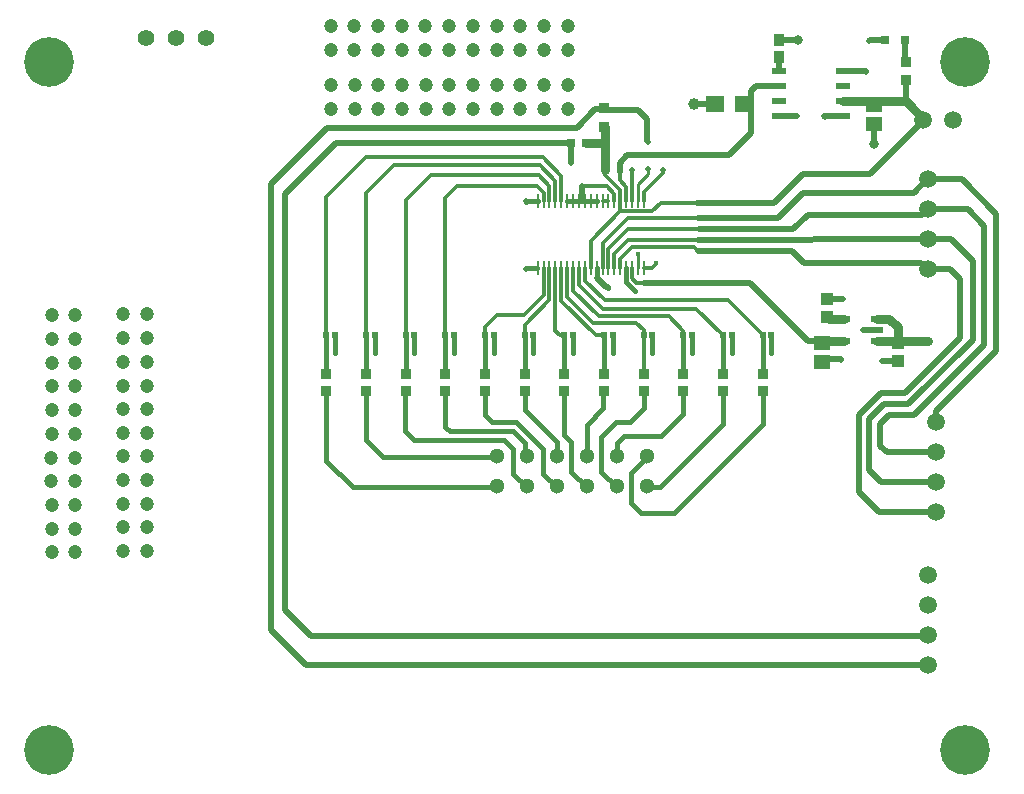
<source format=gtl>
G04*
G04 #@! TF.GenerationSoftware,Altium Limited,Altium Designer,18.1.11 (251)*
G04*
G04 Layer_Physical_Order=1*
G04 Layer_Color=255*
%FSLAX25Y25*%
%MOIN*%
G70*
G01*
G75*
%ADD10C,0.01000*%
%ADD17R,0.03740X0.04331*%
%ADD18R,0.05512X0.04921*%
%ADD19R,0.06496X0.05512*%
%ADD20R,0.05709X0.05118*%
%ADD21R,0.03543X0.03347*%
%ADD22R,0.03150X0.03150*%
%ADD23R,0.03150X0.03150*%
%ADD24R,0.04921X0.02362*%
%ADD25R,0.03937X0.04134*%
%ADD26R,0.03937X0.02362*%
%ADD27O,0.00984X0.04724*%
%ADD28R,0.03543X0.03740*%
%ADD29R,0.02284X0.02047*%
%ADD50C,0.02000*%
%ADD51C,0.01968*%
%ADD52C,0.01500*%
%ADD53C,0.01181*%
%ADD54C,0.02953*%
%ADD55C,0.05512*%
%ADD56C,0.05906*%
%ADD57C,0.16535*%
%ADD58C,0.05118*%
%ADD59C,0.04724*%
%ADD60C,0.02000*%
%ADD61C,0.03150*%
%ADD62C,0.03937*%
%ADD63C,0.01500*%
D10*
X412795Y372736D02*
Y374606D01*
X409569Y369510D02*
X412795Y372736D01*
X409569Y363841D02*
Y369510D01*
X409500Y341469D02*
X409569Y341400D01*
X409500Y341469D02*
Y346000D01*
D17*
X456693Y417421D02*
D03*
Y411909D02*
D03*
D18*
X488091Y395866D02*
D03*
Y389370D02*
D03*
D19*
X435335Y396161D02*
D03*
X444980D02*
D03*
D20*
X470964Y310039D02*
D03*
Y316339D02*
D03*
D21*
X398300Y394651D02*
D03*
Y388549D02*
D03*
X498819Y404035D02*
D03*
Y410138D02*
D03*
D22*
X392191Y383000D02*
D03*
X387270D02*
D03*
D23*
X498429Y417421D02*
D03*
X491929D02*
D03*
D24*
X456543Y407000D02*
D03*
Y402000D02*
D03*
Y397000D02*
D03*
Y392000D02*
D03*
X478000Y407000D02*
D03*
Y402000D02*
D03*
Y397000D02*
D03*
Y392000D02*
D03*
D25*
X496068Y310485D02*
D03*
Y316390D02*
D03*
X472469Y331091D02*
D03*
Y325185D02*
D03*
D26*
X478255Y317098D02*
D03*
Y324578D02*
D03*
X489082D02*
D03*
Y320838D02*
D03*
Y317098D02*
D03*
D27*
X411537Y363841D02*
D03*
X409569D02*
D03*
X407600D02*
D03*
X405631D02*
D03*
X403663D02*
D03*
X401694D02*
D03*
X399726D02*
D03*
X397758D02*
D03*
X395789D02*
D03*
X393821D02*
D03*
X391852D02*
D03*
X389883D02*
D03*
X387915D02*
D03*
X385946D02*
D03*
X383978D02*
D03*
X382010D02*
D03*
X380041D02*
D03*
X378072D02*
D03*
X376104D02*
D03*
X411537Y341400D02*
D03*
X409569D02*
D03*
X407600D02*
D03*
X405631D02*
D03*
X403663D02*
D03*
X401694D02*
D03*
X399726D02*
D03*
X397758D02*
D03*
X395789D02*
D03*
X393821D02*
D03*
X391852D02*
D03*
X389883D02*
D03*
X387915D02*
D03*
X385946D02*
D03*
X383978D02*
D03*
X382010D02*
D03*
X380041D02*
D03*
X378072D02*
D03*
X376104D02*
D03*
D28*
X451100Y306154D02*
D03*
Y300446D02*
D03*
X437882Y306154D02*
D03*
Y300446D02*
D03*
X424664Y306154D02*
D03*
Y300446D02*
D03*
X411445Y306154D02*
D03*
Y300446D02*
D03*
X398227Y306154D02*
D03*
Y300446D02*
D03*
X385009Y306154D02*
D03*
Y300446D02*
D03*
X371791Y306154D02*
D03*
Y300446D02*
D03*
X358573Y306154D02*
D03*
Y300446D02*
D03*
X345355Y306154D02*
D03*
Y300446D02*
D03*
X332136Y306154D02*
D03*
Y300446D02*
D03*
X318918Y306154D02*
D03*
Y300446D02*
D03*
X305700Y306154D02*
D03*
Y300446D02*
D03*
D29*
Y319000D02*
D03*
X308613D02*
D03*
X318918D02*
D03*
X321832D02*
D03*
X332136D02*
D03*
X335050D02*
D03*
X345355D02*
D03*
X348268D02*
D03*
X358573D02*
D03*
X361486D02*
D03*
X371791D02*
D03*
X374704D02*
D03*
X385009D02*
D03*
X387923D02*
D03*
X398227D02*
D03*
X401141D02*
D03*
X411445D02*
D03*
X414359D02*
D03*
X424664D02*
D03*
X427577D02*
D03*
X437882D02*
D03*
X440795D02*
D03*
X451100D02*
D03*
X454013D02*
D03*
D50*
X398109Y394291D02*
X409609D01*
X505900Y371000D02*
X517400D01*
X529000Y313941D02*
Y359400D01*
X509000Y293941D02*
X529000Y313941D01*
X509000Y290000D02*
Y293941D01*
X505900Y341000D02*
X513677D01*
X516900Y318081D02*
Y337776D01*
X513677Y341000D02*
X516900Y337776D01*
X525000Y315748D02*
Y355400D01*
X492441Y280000D02*
X509000D01*
X490158Y282283D02*
X492441Y280000D01*
X490158Y282283D02*
Y289370D01*
X493209Y292421D01*
X501673D01*
X525000Y315748D01*
X505900Y351000D02*
X513800D01*
X521100Y317557D02*
Y343700D01*
X499606Y296063D02*
X521100Y317557D01*
X491535Y296063D02*
X499606D01*
X490630Y270000D02*
X509000D01*
X486529Y274101D02*
X490630Y270000D01*
X486529Y274101D02*
Y291057D01*
X491535Y296063D01*
X498622Y299803D02*
X516900Y318081D01*
X490521Y299803D02*
X498622D01*
X483169Y292451D02*
X490521Y299803D01*
X483169Y266831D02*
Y292451D01*
X490000Y260000D02*
X509000D01*
X483169Y266831D02*
X490000Y260000D01*
X486982Y372700D02*
X505011Y390729D01*
X464400Y372700D02*
X486982D01*
X446865Y336600D02*
X466289Y317175D01*
X411600Y336600D02*
X446865D01*
X454800Y363100D02*
X464400Y372700D01*
X429100Y363100D02*
X454800D01*
X398044Y394356D02*
X398109Y394291D01*
X409609D02*
X412700Y391200D01*
X486729Y417421D02*
X491929D01*
X486529Y417221D02*
X486729Y417421D01*
X498740Y397000D02*
Y403949D01*
X471700Y392000D02*
X478000D01*
X390868Y363841D02*
Y368773D01*
X484469Y320738D02*
X484569Y320838D01*
X498429Y410572D02*
Y417421D01*
X371100Y383000D02*
X387270D01*
Y376539D02*
Y383000D01*
X412700Y383900D02*
Y391200D01*
X513800Y351000D02*
X521100Y343700D01*
X505900Y361000D02*
X519400D01*
X525000Y355400D01*
X517400Y371000D02*
X529000Y359400D01*
X456300Y358100D02*
X464700Y366500D01*
X429500Y358100D02*
X456300D01*
X403500Y373600D02*
Y376600D01*
X405900Y379000D02*
X439900D01*
X403500Y376600D02*
X405900Y379000D01*
X439900D02*
X447350Y386450D01*
Y395400D01*
Y400350D01*
X449000Y402000D01*
X456543D01*
Y392000D02*
X462700D01*
X471700D02*
X471800Y391900D01*
X485500Y407000D02*
X485600Y406900D01*
X478000Y407000D02*
X485500D01*
X490821Y310485D02*
X496068D01*
X471869Y310985D02*
X477116D01*
X477716Y331091D02*
X477769Y331038D01*
X472469Y331091D02*
X477716D01*
X484569Y320838D02*
X489082D01*
X503900Y343000D02*
X505900Y341000D01*
X465000Y343000D02*
X503900D01*
X460900Y347100D02*
X465000Y343000D01*
X429500Y347100D02*
X460900D01*
X464700Y366500D02*
X501400D01*
X504200Y359300D02*
X505900Y361000D01*
X466100Y359300D02*
X504200D01*
X461200Y354400D02*
X466100Y359300D01*
X501400Y366500D02*
X505900Y371000D01*
X429800Y354400D02*
X461200D01*
X429600Y350900D02*
X505900Y351000D01*
X398800Y335000D02*
X399600D01*
X395789Y338011D02*
X398800Y335000D01*
D51*
X299016Y209055D02*
X506378D01*
X287205Y220866D02*
X299016Y209055D01*
X300689Y218898D02*
X506378D01*
X292028Y227559D02*
X300689Y218898D01*
X292028Y227559D02*
Y366240D01*
X308787Y383000D02*
X371100D01*
X292028Y366240D02*
X308787Y383000D01*
X287205Y369488D02*
X306004Y388287D01*
X287205Y220866D02*
Y369488D01*
X306004Y388287D02*
X389075D01*
X456693Y417421D02*
X462894D01*
X456543Y407000D02*
X456618Y407075D01*
Y411835D01*
X456693Y411909D01*
X488091Y382776D02*
Y389370D01*
X428248Y396161D02*
X435335D01*
X470128Y317175D02*
X470964Y316339D01*
X466289Y317175D02*
X470128D01*
X389075Y388287D02*
X395143Y394356D01*
X398044D01*
D52*
X416800Y268375D02*
X437882Y289457D01*
X412461Y268375D02*
X416800D01*
X407185Y273099D02*
X412461Y278375D01*
X407185Y263287D02*
Y273099D01*
Y263287D02*
X410532Y259941D01*
X421654D01*
X424606Y292913D02*
Y300388D01*
X417126Y285433D02*
X424606Y292913D01*
X404823Y285433D02*
X417126D01*
X402461Y278375D02*
Y283072D01*
X404823Y285433D01*
X411445Y294685D02*
Y300446D01*
X397244Y273592D02*
X402461Y268375D01*
X397244Y273592D02*
Y285138D01*
X402106Y290000D01*
X406760D01*
X411445Y294685D01*
X398000Y294783D02*
Y300218D01*
X392461Y278375D02*
Y289245D01*
X398000Y294783D01*
X387335Y273502D02*
X392461Y268375D01*
X387335Y273502D02*
Y283334D01*
X385009Y285660D02*
X387335Y283334D01*
X345355Y306154D02*
Y319000D01*
X332136Y306154D02*
Y319000D01*
X318918Y306154D02*
Y319000D01*
X305700Y306154D02*
Y319000D01*
X451100Y289387D02*
Y300446D01*
X421654Y259941D02*
X451100Y289387D01*
X437882Y289457D02*
Y300446D01*
X372200Y363600D02*
X372441Y363841D01*
X399600Y335000D02*
X399700Y334900D01*
X395789Y338011D02*
Y341400D01*
X372441D02*
X375886D01*
X372441Y363841D02*
X376104D01*
X405631Y336668D02*
X408400Y333900D01*
X405631Y336668D02*
Y341400D01*
X390868Y363841D02*
X391852D01*
X389883D02*
X390868D01*
X393821D02*
X395789D01*
X391852D02*
X393821D01*
X387915D02*
X389883D01*
X385946D02*
X387915D01*
X454013Y313013D02*
Y319000D01*
X440795Y313013D02*
Y319000D01*
X427577Y313013D02*
Y319000D01*
X414359Y313013D02*
Y319000D01*
X401141Y313013D02*
Y319000D01*
X387923Y313013D02*
Y319000D01*
X374704Y313013D02*
Y319000D01*
X361486Y313013D02*
Y319000D01*
X348268Y313013D02*
Y319000D01*
X335050Y313013D02*
Y319000D01*
X321832Y313013D02*
Y319000D01*
X308600Y318987D02*
X308613Y319000D01*
X308600Y313000D02*
Y318987D01*
X318918Y284082D02*
Y300446D01*
X305700Y277300D02*
Y300446D01*
X358573Y306154D02*
Y319000D01*
X371791Y306154D02*
Y319000D01*
X385009Y306154D02*
Y319000D01*
X398227Y306154D02*
Y319000D01*
X424664Y306154D02*
Y319000D01*
X437882Y306154D02*
Y319000D01*
X451100Y306154D02*
Y319000D01*
X398000Y300218D02*
X398227Y300446D01*
X385009Y285660D02*
Y300446D01*
X371791Y294209D02*
Y300446D01*
Y294209D02*
X382461Y283539D01*
Y278375D02*
Y283539D01*
X358573Y292427D02*
Y300446D01*
Y292427D02*
X361000Y290000D01*
X369000D01*
X378000Y281000D01*
Y272837D02*
Y281000D01*
Y272837D02*
X382461Y268375D01*
X345355Y288646D02*
Y300446D01*
Y288646D02*
X347000Y287000D01*
X368000D01*
X372000Y283000D01*
Y279000D02*
Y283000D01*
Y279000D02*
X372461Y278539D01*
Y278375D02*
Y278539D01*
X332000Y300309D02*
X332136Y300446D01*
X332000Y287000D02*
Y300309D01*
Y287000D02*
X335000Y284000D01*
X365000D01*
X368000Y281000D01*
Y272837D02*
Y281000D01*
Y272837D02*
X372461Y268375D01*
X318918Y284082D02*
X324625Y278375D01*
X362461D01*
X305700Y277300D02*
X314625Y268375D01*
X362461D01*
D53*
X376673Y372342D02*
X380041Y368975D01*
X340453Y372342D02*
X376673D01*
X332136Y364026D02*
X340453Y372342D01*
X376739Y375787D02*
X382010Y370517D01*
X328248Y375787D02*
X376739D01*
X318918Y366458D02*
X328248Y375787D01*
X377756Y378445D02*
X383978Y372223D01*
X318996Y378445D02*
X377756D01*
X305700Y365149D02*
X318996Y378445D01*
X375787Y368898D02*
X378072Y366613D01*
X349311Y368898D02*
X375787D01*
X345355Y364941D02*
X349311Y368898D01*
X332136Y319000D02*
Y364026D01*
X345355Y319000D02*
Y364941D01*
X378072Y363841D02*
Y366613D01*
X318918Y319000D02*
Y366458D01*
X380041Y363841D02*
Y368975D01*
X305700Y319000D02*
Y365149D01*
X382010Y363841D02*
Y370517D01*
X383978Y363841D02*
Y372223D01*
X411445Y306154D02*
Y319000D01*
X424606Y300388D02*
X424664Y300446D01*
X378072Y332403D02*
Y341400D01*
X371397Y325728D02*
X378072Y332403D01*
X362400Y325728D02*
X371397D01*
X380041Y330730D02*
Y341400D01*
X371791Y322480D02*
X380041Y330730D01*
X371791Y319000D02*
Y322480D01*
X383461Y319000D02*
X385009D01*
X382010Y320451D02*
X383461Y319000D01*
X382010Y320451D02*
Y341400D01*
X409000Y336600D02*
X411600D01*
X407600Y338000D02*
X409000Y336600D01*
X428100Y348500D02*
X429500Y347100D01*
X407600Y348500D02*
X428100D01*
X403663Y344563D02*
X407600Y348500D01*
X415700Y342900D02*
Y343000D01*
X414200Y341400D02*
X415700Y342900D01*
X411537Y341400D02*
X414200D01*
X403663Y363841D02*
Y367437D01*
X398500Y372600D02*
X403663Y367437D01*
X398500Y372600D02*
Y374000D01*
X399227Y368773D02*
X401694Y366305D01*
X390868Y368773D02*
X399227D01*
X390821Y368821D02*
X390868Y368773D01*
X401694Y363841D02*
Y366305D01*
X387335Y376474D02*
X387335D01*
X387270Y376539D02*
X387335Y376474D01*
X417900Y373300D02*
Y374100D01*
X411537Y366937D02*
X417900Y373300D01*
X411537Y363841D02*
Y366937D01*
X406100Y358100D02*
X429500D01*
X397758Y349758D02*
X406100Y358100D01*
X417100Y363100D02*
X429100D01*
X414363Y360363D02*
X417100Y363100D01*
X403663Y360363D02*
X414363D01*
X403663D02*
Y363841D01*
X393821Y350520D02*
X403663Y360363D01*
X393821Y341400D02*
Y350520D01*
X403500Y370700D02*
Y373600D01*
Y370700D02*
X405631Y368568D01*
Y363841D02*
Y368568D01*
X407600Y363841D02*
Y374300D01*
Y338000D02*
Y341400D01*
X397758D02*
Y349758D01*
X406200Y354400D02*
X429800D01*
X399726Y347926D02*
X406200Y354400D01*
X399726Y341400D02*
Y347926D01*
X406300Y350800D02*
X428600D01*
X401694Y346195D02*
X406300Y350800D01*
X401694Y341400D02*
Y346195D01*
X403663Y341400D02*
Y344563D01*
X397758Y363841D02*
X399726D01*
X358573Y321900D02*
X362400Y325728D01*
X358573Y319000D02*
Y321900D01*
X396400Y325400D02*
X419900D01*
X387915Y333885D02*
X396400Y325400D01*
X387915Y333885D02*
Y341400D01*
X397900Y327900D02*
X428982D01*
X389883Y335916D02*
X397900Y327900D01*
X389883Y335916D02*
Y341400D01*
X394700Y323200D02*
X409000D01*
X385946Y331954D02*
X394700Y323200D01*
X385946Y331954D02*
Y341400D01*
X395400Y319000D02*
X398227D01*
X383978Y330422D02*
X395400Y319000D01*
X383978Y330422D02*
Y341400D01*
X409000Y323200D02*
X411445Y320755D01*
Y319000D02*
Y320755D01*
X419900Y325400D02*
X424664Y320636D01*
Y319000D02*
Y320636D01*
X428982Y327900D02*
X437882Y319000D01*
X439400Y330700D02*
X451100Y319000D01*
X398400Y330700D02*
X439400D01*
X391852Y337248D02*
X398400Y330700D01*
X391852Y337248D02*
Y341400D01*
D54*
X497081Y317098D02*
X506299D01*
X496221Y316238D02*
X497081Y317098D01*
X478000Y397000D02*
X498740D01*
X496068Y316390D02*
X496221Y316238D01*
X471869Y316891D02*
X472076Y317098D01*
X392191Y383000D02*
X398500D01*
X398300Y388549D02*
X398500Y388349D01*
Y383000D02*
Y388349D01*
Y374000D02*
Y383000D01*
X498740Y397000D02*
X505011Y390729D01*
X472076Y317098D02*
X478255D01*
X472469Y325185D02*
X473076Y324578D01*
X478255D01*
X489082D02*
X489222Y324438D01*
X493368D01*
X496068Y321738D01*
Y316390D02*
Y321738D01*
X495361Y317098D02*
X496068Y316390D01*
X489082Y317098D02*
X495361D01*
D55*
X245445Y418260D02*
D03*
X255445D02*
D03*
X265445D02*
D03*
D56*
X514401Y390761D02*
D03*
X504401D02*
D03*
X509000Y260000D02*
D03*
Y270000D02*
D03*
Y280000D02*
D03*
Y290000D02*
D03*
X506378Y341258D02*
D03*
Y351258D02*
D03*
Y361258D02*
D03*
Y371258D02*
D03*
Y239172D02*
D03*
Y229172D02*
D03*
Y219172D02*
D03*
Y209172D02*
D03*
D57*
X213288Y180717D02*
D03*
X518406D02*
D03*
Y410229D02*
D03*
X213288D02*
D03*
D58*
X412461Y268848D02*
D03*
Y278848D02*
D03*
X402461D02*
D03*
Y268848D02*
D03*
X392461D02*
D03*
Y278848D02*
D03*
X382461D02*
D03*
Y268848D02*
D03*
X372461D02*
D03*
Y278848D02*
D03*
X362461D02*
D03*
Y268848D02*
D03*
D59*
X307326Y394606D02*
D03*
Y402506D02*
D03*
X315226D02*
D03*
Y394606D02*
D03*
X323026D02*
D03*
Y402506D02*
D03*
X331026D02*
D03*
Y394606D02*
D03*
X338826D02*
D03*
Y402506D02*
D03*
X346726D02*
D03*
Y394606D02*
D03*
X354526D02*
D03*
Y402506D02*
D03*
X362426D02*
D03*
Y394606D02*
D03*
X370326D02*
D03*
Y402506D02*
D03*
X378226D02*
D03*
Y394606D02*
D03*
X386126D02*
D03*
Y402506D02*
D03*
X237900Y326000D02*
D03*
X245800D02*
D03*
Y318100D02*
D03*
X237900D02*
D03*
Y310200D02*
D03*
X245800D02*
D03*
Y302300D02*
D03*
X237900D02*
D03*
Y294400D02*
D03*
X245800D02*
D03*
Y286600D02*
D03*
X237900D02*
D03*
Y278700D02*
D03*
X245800D02*
D03*
Y270900D02*
D03*
X237900D02*
D03*
Y262900D02*
D03*
X245800D02*
D03*
Y255100D02*
D03*
X237900D02*
D03*
Y247200D02*
D03*
X245800D02*
D03*
X386126Y422006D02*
D03*
X378226D02*
D03*
X362426D02*
D03*
X370326D02*
D03*
X354526D02*
D03*
X346626D02*
D03*
X330826Y422106D02*
D03*
X338726D02*
D03*
X322926Y422006D02*
D03*
X315026D02*
D03*
X307326D02*
D03*
Y414206D02*
D03*
X315026D02*
D03*
X322926D02*
D03*
X338726Y414306D02*
D03*
X330826D02*
D03*
X346626Y414206D02*
D03*
X354526D02*
D03*
X370326D02*
D03*
X362426D02*
D03*
X378226D02*
D03*
X386126D02*
D03*
X221900Y325700D02*
D03*
Y317800D02*
D03*
Y302000D02*
D03*
Y309900D02*
D03*
Y294100D02*
D03*
Y286200D02*
D03*
X221800Y270400D02*
D03*
Y278300D02*
D03*
X221900Y262500D02*
D03*
Y254600D02*
D03*
Y246900D02*
D03*
X214100D02*
D03*
Y254600D02*
D03*
Y262500D02*
D03*
X214000Y278300D02*
D03*
Y270400D02*
D03*
X214100Y286200D02*
D03*
Y294100D02*
D03*
Y309900D02*
D03*
Y302000D02*
D03*
Y317800D02*
D03*
Y325700D02*
D03*
D60*
X506299Y317098D02*
D03*
X412795Y383465D02*
D03*
Y374606D02*
D03*
X486529Y417221D02*
D03*
X387335Y376474D02*
D03*
X417900Y374100D02*
D03*
X407600Y374300D02*
D03*
X462700Y392000D02*
D03*
X471800Y391900D02*
D03*
X485600Y406900D02*
D03*
X490768Y310538D02*
D03*
X477169Y310932D02*
D03*
X477769Y331038D02*
D03*
X484469Y320838D02*
D03*
X399700Y334900D02*
D03*
X372200Y341259D02*
D03*
Y363700D02*
D03*
X408400Y333900D02*
D03*
X390821Y368821D02*
D03*
D61*
X462894Y417421D02*
D03*
X488091Y382776D02*
D03*
D62*
X428248Y396161D02*
D03*
D63*
X415700Y343000D02*
D03*
X409500Y346000D02*
D03*
X454013Y313013D02*
D03*
X440795D02*
D03*
X427577D02*
D03*
X414359D02*
D03*
X401141D02*
D03*
X387923D02*
D03*
X374704D02*
D03*
X361486D02*
D03*
X348268D02*
D03*
X335050D02*
D03*
X321832D02*
D03*
X308600Y313000D02*
D03*
M02*

</source>
